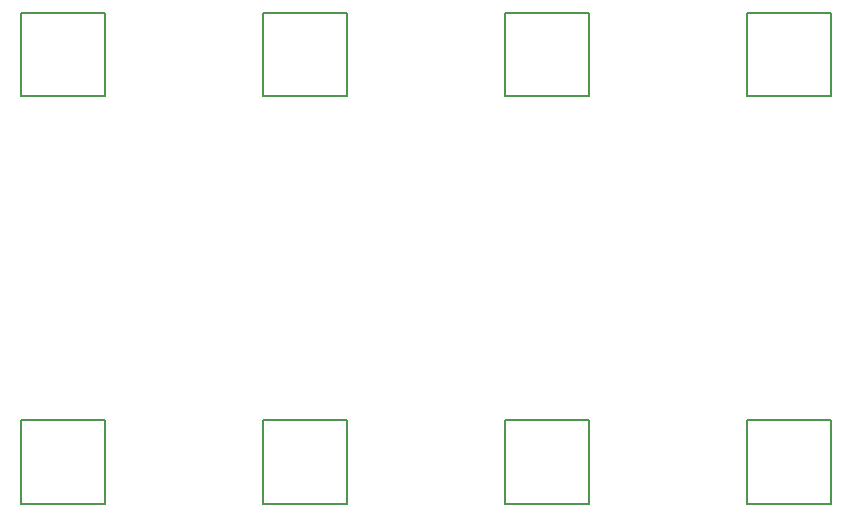
<source format=gm1>
G04*
G04 #@! TF.GenerationSoftware,Altium Limited,Altium Designer,20.0.2 (26)*
G04*
G04 Layer_Color=16711935*
%FSLAX44Y44*%
%MOMM*%
G71*
G01*
G75*
%ADD42C,0.1270*%
D42*
X107426Y199590D02*
Y270590D01*
Y199590D02*
X178426D01*
Y270590D01*
X107426D02*
X178426D01*
X312421Y199590D02*
Y270590D01*
Y199590D02*
X383422D01*
Y270590D01*
X312421D02*
X383422D01*
X517417Y199590D02*
Y270590D01*
Y199590D02*
X588417D01*
Y270590D01*
X517417D02*
X588417D01*
X722412Y199590D02*
Y270590D01*
Y199590D02*
X793412D01*
Y270590D01*
X722412D02*
X793412D01*
X107426Y544593D02*
Y615593D01*
Y544593D02*
X178426D01*
Y615593D01*
X107426D02*
X178426D01*
X312421Y544593D02*
Y615593D01*
Y544593D02*
X383422D01*
Y615593D01*
X312421D02*
X383422D01*
X517417Y544593D02*
Y615593D01*
Y544593D02*
X588417D01*
Y615593D01*
X517417D02*
X588417D01*
X722412Y544593D02*
Y615593D01*
Y544593D02*
X793412D01*
Y615593D01*
X722412D02*
X793412D01*
M02*

</source>
